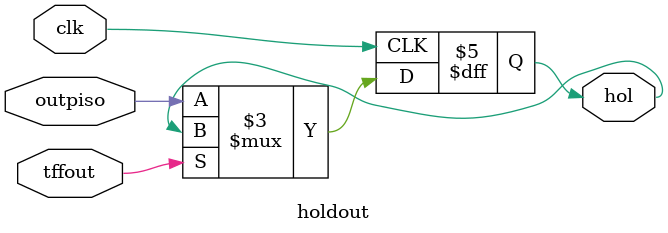
<source format=v>
module holdout(
	input tffout,
	input clk,
	input outpiso,
	output reg hol
);
always @(posedge clk)
begin
	if(tffout) hol<=hol;
	else hol<=outpiso;
end
endmodule
</source>
